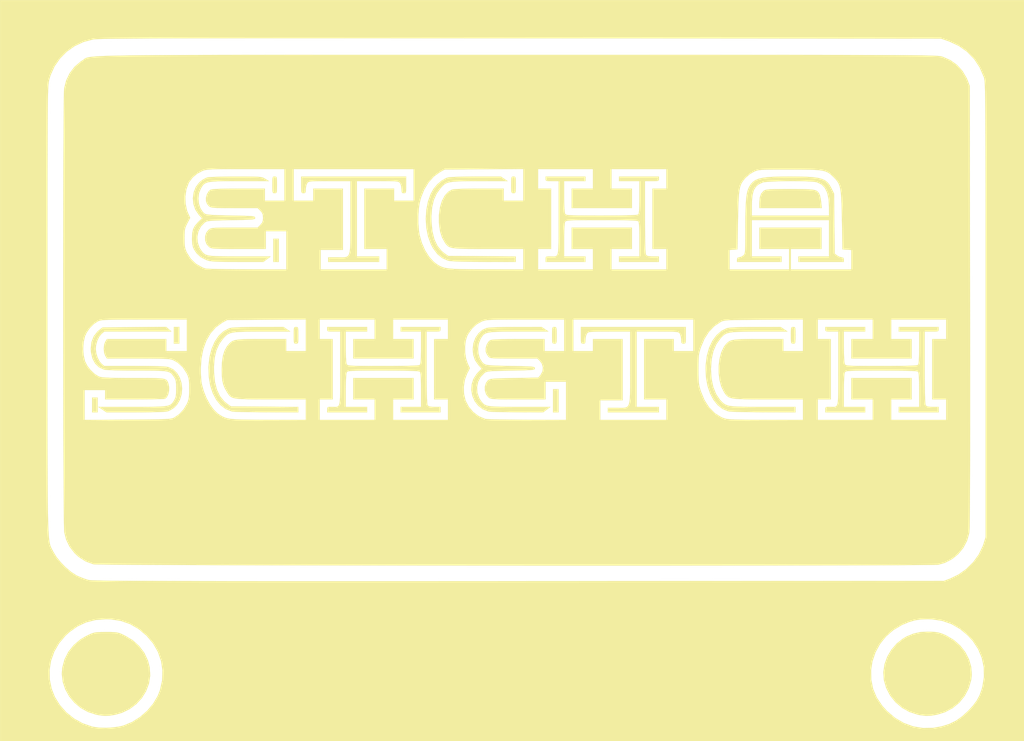
<source format=kicad_pcb>
(kicad_pcb (version 20171130) (host pcbnew "(5.0.0)")

  (general
    (thickness 1.6)
    (drawings 0)
    (tracks 0)
    (zones 0)
    (modules 1)
    (nets 1)
  )

  (page A4)
  (layers
    (0 F.Cu signal)
    (31 B.Cu signal)
    (32 B.Adhes user)
    (33 F.Adhes user)
    (34 B.Paste user)
    (35 F.Paste user)
    (36 B.SilkS user)
    (37 F.SilkS user)
    (38 B.Mask user)
    (39 F.Mask user)
    (40 Dwgs.User user)
    (41 Cmts.User user)
    (42 Eco1.User user)
    (43 Eco2.User user)
    (44 Edge.Cuts user)
    (45 Margin user)
    (46 B.CrtYd user)
    (47 F.CrtYd user)
    (48 B.Fab user)
    (49 F.Fab user)
  )

  (setup
    (last_trace_width 0.25)
    (trace_clearance 0.2)
    (zone_clearance 0.508)
    (zone_45_only no)
    (trace_min 0.2)
    (segment_width 0.2)
    (edge_width 0.15)
    (via_size 0.8)
    (via_drill 0.4)
    (via_min_size 0.4)
    (via_min_drill 0.3)
    (uvia_size 0.3)
    (uvia_drill 0.1)
    (uvias_allowed no)
    (uvia_min_size 0.2)
    (uvia_min_drill 0.1)
    (pcb_text_width 0.3)
    (pcb_text_size 1.5 1.5)
    (mod_edge_width 0.15)
    (mod_text_size 1 1)
    (mod_text_width 0.15)
    (pad_size 1.524 1.524)
    (pad_drill 0.762)
    (pad_to_mask_clearance 0.2)
    (aux_axis_origin 0 0)
    (visible_elements 7FFFFFFF)
    (pcbplotparams
      (layerselection 0x010fc_ffffffff)
      (usegerberextensions false)
      (usegerberattributes false)
      (usegerberadvancedattributes false)
      (creategerberjobfile false)
      (excludeedgelayer true)
      (linewidth 0.100000)
      (plotframeref false)
      (viasonmask false)
      (mode 1)
      (useauxorigin false)
      (hpglpennumber 1)
      (hpglpenspeed 20)
      (hpglpendiameter 15.000000)
      (psnegative false)
      (psa4output false)
      (plotreference true)
      (plotvalue true)
      (plotinvisibletext false)
      (padsonsilk false)
      (subtractmaskfromsilk false)
      (outputformat 1)
      (mirror false)
      (drillshape 1)
      (scaleselection 1)
      (outputdirectory ""))
  )

  (net 0 "")

  (net_class Default "This is the default net class."
    (clearance 0.2)
    (trace_width 0.25)
    (via_dia 0.8)
    (via_drill 0.4)
    (uvia_dia 0.3)
    (uvia_drill 0.1)
  )

  (module footprints:etcha (layer F.Cu) (tedit 0) (tstamp 5C0F232F)
    (at 46.99 34.29)
    (fp_text reference G*** (at 0 0) (layer F.SilkS) hide
      (effects (font (size 1.524 1.524) (thickness 0.3)))
    )
    (fp_text value LOGO (at 0.75 0) (layer F.SilkS) hide
      (effects (font (size 1.524 1.524) (thickness 0.3)))
    )
    (fp_poly (pts (xy 26.017792 -16.551044) (xy 26.571422 -16.545093) (xy 26.99672 -16.531365) (xy 27.314184 -16.506738)
      (xy 27.54431 -16.468095) (xy 27.707596 -16.412317) (xy 27.824538 -16.336285) (xy 27.915635 -16.23688)
      (xy 27.97797 -16.147188) (xy 28.049923 -15.967098) (xy 28.116367 -15.682712) (xy 28.158996 -15.388167)
      (xy 28.217384 -14.816667) (xy 22.521333 -14.816667) (xy 22.521333 -15.2697) (xy 22.56238 -15.769076)
      (xy 22.689295 -16.134967) (xy 22.907741 -16.383022) (xy 22.929835 -16.398581) (xy 23.013569 -16.4461)
      (xy 23.121685 -16.482779) (xy 23.275536 -16.509996) (xy 23.496475 -16.529125) (xy 23.805855 -16.541545)
      (xy 24.225031 -16.54863) (xy 24.775354 -16.551757) (xy 25.315333 -16.552334) (xy 26.017792 -16.551044)) (layer F.SilkS) (width 0.01))
    (fp_poly (pts (xy 26.157647 -17.688494) (xy 26.852614 -17.66962) (xy 27.41527 -17.632137) (xy 27.864029 -17.570793)
      (xy 28.217304 -17.480335) (xy 28.493511 -17.355511) (xy 28.711062 -17.191068) (xy 28.888373 -16.981753)
      (xy 29.043856 -16.722314) (xy 29.098939 -16.613791) (xy 29.337 -16.129) (xy 29.366074 -13.398426)
      (xy 29.395148 -10.667851) (xy 29.610325 -10.498592) (xy 29.825992 -10.377083) (xy 30.025751 -10.329334)
      (xy 30.17902 -10.291448) (xy 30.225503 -10.146739) (xy 30.226 -10.117667) (xy 30.226 -9.906)
      (xy 26.077333 -9.906) (xy 26.077333 -10.414) (xy 28.871333 -10.414) (xy 28.871333 -13.716)
      (xy 21.844 -13.716) (xy 21.844 -10.414) (xy 24.553333 -10.414) (xy 24.553333 -9.906)
      (xy 20.489333 -9.906) (xy 20.489333 -10.117667) (xy 20.525587 -10.280095) (xy 20.662281 -10.328948)
      (xy 20.685035 -10.329334) (xy 20.890031 -10.38577) (xy 21.066035 -10.501965) (xy 21.120605 -10.557481)
      (xy 21.163259 -10.623641) (xy 21.19547 -10.720415) (xy 21.218712 -10.867772) (xy 21.234459 -11.085682)
      (xy 21.244186 -11.394112) (xy 21.249366 -11.813033) (xy 21.251474 -12.362414) (xy 21.251973 -13.020799)
      (xy 21.255959 -13.892537) (xy 21.26027 -14.139334) (xy 21.844 -14.139334) (xy 28.871333 -14.139334)
      (xy 28.871333 -14.9283) (xy 28.830548 -15.642025) (xy 28.705538 -16.214477) (xy 28.49232 -16.6535)
      (xy 28.186913 -16.966933) (xy 27.785336 -17.162619) (xy 27.728333 -17.179149) (xy 27.513248 -17.212715)
      (xy 27.163719 -17.238647) (xy 26.709416 -17.257126) (xy 26.180009 -17.268333) (xy 25.605168 -17.272448)
      (xy 25.014564 -17.269652) (xy 24.437865 -17.260126) (xy 23.904742 -17.244051) (xy 23.444866 -17.221607)
      (xy 23.087905 -17.192974) (xy 22.863531 -17.158335) (xy 22.833229 -17.149334) (xy 22.474543 -16.981171)
      (xy 22.20818 -16.75295) (xy 22.023279 -16.44204) (xy 21.90898 -16.02581) (xy 21.854423 -15.481631)
      (xy 21.845859 -15.091834) (xy 21.844 -14.139334) (xy 21.26027 -14.139334) (xy 21.268554 -14.613475)
      (xy 21.291494 -15.202007) (xy 21.326515 -15.676528) (xy 21.375351 -16.055432) (xy 21.439737 -16.357112)
      (xy 21.521411 -16.599963) (xy 21.606131 -16.774601) (xy 21.76317 -17.018078) (xy 21.945304 -17.215587)
      (xy 22.170899 -17.371684) (xy 22.45832 -17.490926) (xy 22.825934 -17.577869) (xy 23.292106 -17.637069)
      (xy 23.875202 -17.673084) (xy 24.593588 -17.690469) (xy 25.311955 -17.694011) (xy 26.157647 -17.688494)) (layer F.SilkS) (width 0.01))
    (fp_poly (pts (xy 6.688667 -17.272) (xy 4.741333 -17.272) (xy 4.741333 -15.869434) (xy 4.74658 -15.358859)
      (xy 4.761254 -14.917418) (xy 4.783758 -14.573658) (xy 4.812496 -14.35613) (xy 4.828979 -14.303101)
      (xy 4.857456 -14.261336) (xy 4.904553 -14.227342) (xy 4.986488 -14.20032) (xy 5.119481 -14.179473)
      (xy 5.31975 -14.164003) (xy 5.603514 -14.15311) (xy 5.986992 -14.145997) (xy 6.486404 -14.141865)
      (xy 7.117967 -14.139916) (xy 7.897901 -14.139352) (xy 8.156379 -14.139334) (xy 9.048521 -14.140819)
      (xy 9.782643 -14.145505) (xy 10.370035 -14.153734) (xy 10.821987 -14.165849) (xy 11.149787 -14.182194)
      (xy 11.364727 -14.203112) (xy 11.478095 -14.228946) (xy 11.497733 -14.240934) (xy 11.539683 -14.351054)
      (xy 11.569971 -14.592655) (xy 11.589307 -14.976642) (xy 11.598397 -15.513919) (xy 11.599333 -15.807267)
      (xy 11.599333 -17.272) (xy 9.736667 -17.272) (xy 9.736667 -17.695334) (xy 13.377333 -17.695334)
      (xy 13.377333 -17.483667) (xy 13.369419 -17.376005) (xy 13.321899 -17.312895) (xy 13.199105 -17.28245)
      (xy 12.965367 -17.272779) (xy 12.742333 -17.272) (xy 12.107333 -17.272) (xy 12.107333 -14.006768)
      (xy 12.109669 -13.081769) (xy 12.116566 -12.291136) (xy 12.127856 -11.641424) (xy 12.143372 -11.139183)
      (xy 12.162946 -10.790969) (xy 12.18641 -10.603332) (xy 12.194979 -10.577768) (xy 12.272874 -10.486048)
      (xy 12.411011 -10.435846) (xy 12.652619 -10.416014) (xy 12.829979 -10.414) (xy 13.377333 -10.414)
      (xy 13.377333 -9.906) (xy 9.736667 -9.906) (xy 9.736667 -10.414) (xy 11.599333 -10.414)
      (xy 11.599333 -11.963401) (xy 11.595026 -12.587985) (xy 11.581634 -13.054875) (xy 11.558455 -13.375502)
      (xy 11.524784 -13.561297) (xy 11.497733 -13.614401) (xy 11.422432 -13.642332) (xy 11.250149 -13.665207)
      (xy 10.969594 -13.68337) (xy 10.569478 -13.697164) (xy 10.038512 -13.706931) (xy 9.365406 -13.713015)
      (xy 8.538869 -13.715761) (xy 8.156379 -13.716) (xy 7.329988 -13.715691) (xy 6.656711 -13.71423)
      (xy 6.12033 -13.710819) (xy 5.704624 -13.70466) (xy 5.393376 -13.694955) (xy 5.170367 -13.680906)
      (xy 5.019377 -13.661714) (xy 4.924188 -13.636581) (xy 4.86858 -13.604708) (xy 4.836336 -13.565299)
      (xy 4.828979 -13.552233) (xy 4.798046 -13.410005) (xy 4.772504 -13.124773) (xy 4.753747 -12.722819)
      (xy 4.743172 -12.230424) (xy 4.741333 -11.901233) (xy 4.741333 -10.414) (xy 6.688667 -10.414)
      (xy 6.688667 -9.906) (xy 3.048 -9.906) (xy 3.048 -10.16) (xy 3.056033 -10.306011)
      (xy 3.108125 -10.381515) (xy 3.246267 -10.409762) (xy 3.506742 -10.414) (xy 3.686619 -10.409723)
      (xy 3.8343 -10.406949) (xy 3.952934 -10.420769) (xy 4.045673 -10.466272) (xy 4.115667 -10.558546)
      (xy 4.166065 -10.712682) (xy 4.200017 -10.943769) (xy 4.220674 -11.266895) (xy 4.231186 -11.69715)
      (xy 4.234703 -12.249624) (xy 4.234375 -12.939406) (xy 4.233353 -13.781584) (xy 4.233333 -13.894392)
      (xy 4.233333 -17.272) (xy 3.640667 -17.272) (xy 3.331031 -17.275113) (xy 3.15382 -17.293236)
      (xy 3.072135 -17.339548) (xy 3.049079 -17.427226) (xy 3.048 -17.483667) (xy 3.048 -17.695334)
      (xy 6.688667 -17.695334) (xy 6.688667 -17.272)) (layer F.SilkS) (width 0.01))
    (fp_poly (pts (xy 0.227199 -17.689266) (xy 0.289413 -17.64934) (xy 0.322693 -17.54297) (xy 0.33609 -17.337571)
      (xy 0.338656 -17.000557) (xy 0.338667 -16.933334) (xy 0.336981 -16.572617) (xy 0.325891 -16.348647)
      (xy 0.296343 -16.22884) (xy 0.239288 -16.18061) (xy 0.145673 -16.171371) (xy 0.127 -16.171334)
      (xy 0.026801 -16.177401) (xy -0.035413 -16.217327) (xy -0.068693 -16.323697) (xy -0.08209 -16.529096)
      (xy -0.084657 -16.86611) (xy -0.084667 -16.933334) (xy -0.082981 -17.294051) (xy -0.071891 -17.51802)
      (xy -0.042344 -17.637828) (xy 0.014712 -17.686058) (xy 0.108327 -17.695297) (xy 0.127 -17.695334)
      (xy 0.227199 -17.689266)) (layer F.SilkS) (width 0.01))
    (fp_poly (pts (xy -0.399704 -17.272) (xy -2.972685 -17.270141) (xy -3.76447 -17.268425) (xy -4.40655 -17.26223)
      (xy -4.918553 -17.248092) (xy -5.320105 -17.222548) (xy -5.630833 -17.182134) (xy -5.870363 -17.123386)
      (xy -6.058321 -17.042842) (xy -6.214333 -16.937036) (xy -6.358027 -16.802506) (xy -6.498373 -16.647937)
      (xy -6.866494 -16.137183) (xy -7.127249 -15.556203) (xy -7.286277 -14.884273) (xy -7.349218 -14.100667)
      (xy -7.342337 -13.546667) (xy -7.25745 -12.690636) (xy -7.077338 -11.969893) (xy -6.79921 -11.377846)
      (xy -6.420273 -10.907903) (xy -6.123303 -10.668) (xy -5.812355 -10.456334) (xy -2.736844 -10.432152)
      (xy 0.338667 -10.407971) (xy 0.338667 -9.906) (xy -2.561167 -9.911715) (xy -3.482774 -9.916162)
      (xy -4.243477 -9.925728) (xy -4.851637 -9.940697) (xy -5.315615 -9.961348) (xy -5.64377 -9.987962)
      (xy -5.844465 -10.020822) (xy -5.850132 -10.022317) (xy -6.364075 -10.247743) (xy -6.820459 -10.628655)
      (xy -7.21328 -11.159246) (xy -7.407895 -11.529548) (xy -7.664243 -12.241126) (xy -7.816645 -13.020899)
      (xy -7.866929 -13.832878) (xy -7.816919 -14.641071) (xy -7.668444 -15.40949) (xy -7.423328 -16.102143)
      (xy -7.151147 -16.588856) (xy -6.820737 -16.983508) (xy -6.429265 -17.316316) (xy -6.026795 -17.547776)
      (xy -5.861029 -17.606806) (xy -5.685183 -17.631912) (xy -5.363334 -17.653891) (xy -4.918794 -17.671946)
      (xy -4.374876 -17.685281) (xy -3.754894 -17.693098) (xy -3.284593 -17.694862) (xy -1.02352 -17.695334)
      (xy -0.399704 -17.272)) (layer F.SilkS) (width 0.01))
    (fp_poly (pts (xy -9.652 -16.933334) (xy -9.653686 -16.572617) (xy -9.664776 -16.348647) (xy -9.694323 -16.22884)
      (xy -9.751379 -16.18061) (xy -9.844994 -16.171371) (xy -9.863667 -16.171334) (xy -9.996737 -16.188231)
      (xy -10.058128 -16.269821) (xy -10.074927 -16.462453) (xy -10.075333 -16.533495) (xy -10.106052 -16.809111)
      (xy -10.182325 -17.041928) (xy -10.207134 -17.083828) (xy -10.254667 -17.144625) (xy -10.315547 -17.190679)
      (xy -10.411873 -17.224036) (xy -10.565743 -17.246743) (xy -10.799256 -17.260847) (xy -11.134511 -17.268393)
      (xy -11.593606 -17.271429) (xy -12.198638 -17.272) (xy -14.139333 -17.272) (xy -14.139333 -10.414)
      (xy -12.107333 -10.414) (xy -12.107333 -9.906) (xy -16.764 -9.906) (xy -16.764 -10.329334)
      (xy -15.917333 -10.329334) (xy -15.629976 -10.325335) (xy -15.392926 -10.323182) (xy -15.201376 -10.337639)
      (xy -15.05052 -10.383471) (xy -14.93555 -10.475443) (xy -14.85166 -10.628319) (xy -14.794042 -10.856863)
      (xy -14.757889 -11.175841) (xy -14.738395 -11.600017) (xy -14.730751 -12.144155) (xy -14.730151 -12.823021)
      (xy -14.731788 -13.651378) (xy -14.732 -13.97) (xy -14.732 -17.272) (xy -16.632199 -17.272)
      (xy -17.246479 -17.27151) (xy -17.713525 -17.268676) (xy -18.055435 -17.261451) (xy -18.294306 -17.247788)
      (xy -18.452239 -17.225642) (xy -18.55133 -17.192966) (xy -18.613679 -17.147714) (xy -18.661385 -17.087839)
      (xy -18.664199 -17.083828) (xy -18.748543 -16.879002) (xy -18.793642 -16.605034) (xy -18.796 -16.533495)
      (xy -18.805876 -16.305811) (xy -18.853561 -16.200773) (xy -18.966146 -16.17203) (xy -19.007667 -16.171334)
      (xy -19.107866 -16.177401) (xy -19.17008 -16.217327) (xy -19.20336 -16.323697) (xy -19.216757 -16.529096)
      (xy -19.219323 -16.86611) (xy -19.219333 -16.933334) (xy -19.219333 -17.695334) (xy -9.652 -17.695334)
      (xy -9.652 -16.933334)) (layer F.SilkS) (width 0.01))
    (fp_poly (pts (xy -21.532134 -17.689266) (xy -21.469921 -17.64934) (xy -21.436641 -17.54297) (xy -21.423243 -17.337571)
      (xy -21.420677 -17.000557) (xy -21.420667 -16.933334) (xy -21.422352 -16.572617) (xy -21.433443 -16.348647)
      (xy -21.46299 -16.22884) (xy -21.520045 -16.18061) (xy -21.61366 -16.171371) (xy -21.632333 -16.171334)
      (xy -21.732533 -16.177401) (xy -21.794746 -16.217327) (xy -21.828026 -16.323697) (xy -21.841424 -16.529096)
      (xy -21.84399 -16.86611) (xy -21.844 -16.933334) (xy -21.842315 -17.294051) (xy -21.831224 -17.51802)
      (xy -21.801677 -17.637828) (xy -21.744622 -17.686058) (xy -21.651007 -17.695297) (xy -21.632333 -17.695334)
      (xy -21.532134 -17.689266)) (layer F.SilkS) (width 0.01))
    (fp_poly (pts (xy -21.251333 -9.906) (xy -21.759333 -9.906) (xy -21.759333 -12.022667) (xy -21.251333 -12.022667)
      (xy -21.251333 -9.906)) (layer F.SilkS) (width 0.01))
    (fp_poly (pts (xy -24.457991 -17.691288) (xy -23.917953 -17.688801) (xy -23.504524 -17.683071) (xy -23.196341 -17.672409)
      (xy -22.972043 -17.655129) (xy -22.810267 -17.62954) (xy -22.689651 -17.593956) (xy -22.588833 -17.546687)
      (xy -22.486451 -17.486047) (xy -22.479 -17.481459) (xy -22.140333 -17.272868) (xy -24.850988 -17.272434)
      (xy -25.660612 -17.271534) (xy -26.319031 -17.266758) (xy -26.844373 -17.254564) (xy -27.254766 -17.23141)
      (xy -27.568336 -17.193752) (xy -27.803213 -17.13805) (xy -27.977524 -17.060761) (xy -28.109396 -16.958343)
      (xy -28.216958 -16.827253) (xy -28.318337 -16.66395) (xy -28.362673 -16.586247) (xy -28.525052 -16.163866)
      (xy -28.579999 -15.696441) (xy -28.534364 -15.226752) (xy -28.394999 -14.797574) (xy -28.168756 -14.451685)
      (xy -27.997115 -14.303879) (xy -27.901555 -14.263949) (xy -27.735349 -14.231206) (xy -27.480647 -14.204417)
      (xy -27.119602 -14.182352) (xy -26.634364 -14.16378) (xy -26.007084 -14.147469) (xy -25.611667 -14.139334)
      (xy -24.945018 -14.126045) (xy -24.428543 -14.113727) (xy -24.043105 -14.100538) (xy -23.769569 -14.084639)
      (xy -23.588797 -14.06419) (xy -23.481654 -14.037351) (xy -23.429003 -14.002281) (xy -23.411708 -13.957142)
      (xy -23.410333 -13.927667) (xy -23.41648 -13.875985) (xy -23.447757 -13.8355) (xy -23.523419 -13.804338)
      (xy -23.662719 -13.780624) (xy -23.884913 -13.762484) (xy -24.209255 -13.748044) (xy -24.654998 -13.735429)
      (xy -25.241398 -13.722765) (xy -25.584521 -13.716) (xy -26.251186 -13.702277) (xy -26.770036 -13.688919)
      (xy -27.162578 -13.673973) (xy -27.450315 -13.655481) (xy -27.654751 -13.631489) (xy -27.79739 -13.600041)
      (xy -27.899737 -13.559181) (xy -27.983295 -13.506953) (xy -27.997521 -13.496549) (xy -28.349593 -13.136496)
      (xy -28.577738 -12.691906) (xy -28.677627 -12.198116) (xy -28.644934 -11.690462) (xy -28.47533 -11.20428)
      (xy -28.310257 -10.943078) (xy -28.202667 -10.805806) (xy -28.098131 -10.694603) (xy -27.978416 -10.606724)
      (xy -27.82529 -10.539425) (xy -27.620522 -10.489959) (xy -27.34588 -10.455582) (xy -26.983131 -10.433548)
      (xy -26.514044 -10.421112) (xy -25.920387 -10.41553) (xy -25.183927 -10.414055) (xy -24.796456 -10.414)
      (xy -21.983169 -10.414) (xy -22.315751 -10.162356) (xy -22.648333 -9.910711) (xy -25.019 -9.91112)
      (xy -25.734315 -9.912385) (xy -26.302502 -9.916721) (xy -26.745755 -9.925353) (xy -27.086269 -9.939505)
      (xy -27.34624 -9.960401) (xy -27.547861 -9.989264) (xy -27.713329 -10.02732) (xy -27.838735 -10.066634)
      (xy -28.356593 -10.325996) (xy -28.76468 -10.712167) (xy -28.983455 -11.049) (xy -29.085457 -11.286024)
      (xy -29.14213 -11.556942) (xy -29.163794 -11.919514) (xy -29.165019 -12.065) (xy -29.143487 -12.534611)
      (xy -29.063789 -12.894272) (xy -28.903952 -13.199454) (xy -28.642005 -13.505628) (xy -28.563549 -13.583433)
      (xy -28.256032 -13.882089) (xy -28.553464 -14.211312) (xy -28.857164 -14.662016) (xy -29.033767 -15.176405)
      (xy -29.084772 -15.719049) (xy -29.011678 -16.254524) (xy -28.815986 -16.747403) (xy -28.499196 -17.162258)
      (xy -28.425706 -17.229107) (xy -28.163603 -17.419963) (xy -27.89145 -17.567852) (xy -27.7762 -17.610532)
      (xy -27.61227 -17.632782) (xy -27.304309 -17.652624) (xy -26.877612 -17.669274) (xy -26.357472 -17.681945)
      (xy -25.769186 -17.689853) (xy -25.146 -17.692219) (xy -24.457991 -17.691288)) (layer F.SilkS) (width 0.01))
    (fp_poly (pts (xy 32.173333 -3.556) (xy 30.226 -3.556) (xy 30.226 -2.153434) (xy 30.231246 -1.642859)
      (xy 30.24592 -1.201418) (xy 30.268425 -0.857658) (xy 30.297162 -0.64013) (xy 30.313645 -0.587101)
      (xy 30.342123 -0.545336) (xy 30.38922 -0.511342) (xy 30.471155 -0.48432) (xy 30.604148 -0.463473)
      (xy 30.804417 -0.448003) (xy 31.088181 -0.43711) (xy 31.471659 -0.429997) (xy 31.97107 -0.425865)
      (xy 32.602633 -0.423916) (xy 33.382567 -0.423352) (xy 33.641045 -0.423334) (xy 34.533187 -0.424819)
      (xy 35.267309 -0.429505) (xy 35.854701 -0.437734) (xy 36.306653 -0.449849) (xy 36.634454 -0.466194)
      (xy 36.849394 -0.487112) (xy 36.962762 -0.512946) (xy 36.9824 -0.524934) (xy 37.024349 -0.635054)
      (xy 37.054638 -0.876655) (xy 37.073974 -1.260642) (xy 37.083064 -1.797919) (xy 37.084 -2.091267)
      (xy 37.084 -3.556) (xy 35.221333 -3.556) (xy 35.221333 -3.979334) (xy 38.862 -3.979334)
      (xy 38.862 -3.767667) (xy 38.854086 -3.660005) (xy 38.806566 -3.596895) (xy 38.683771 -3.56645)
      (xy 38.450033 -3.556779) (xy 38.227 -3.556) (xy 37.592 -3.556) (xy 37.592 -0.290768)
      (xy 37.594336 0.634231) (xy 37.601233 1.424864) (xy 37.612523 2.074576) (xy 37.628038 2.576817)
      (xy 37.647612 2.925031) (xy 37.671077 3.112668) (xy 37.679645 3.138232) (xy 37.757541 3.229952)
      (xy 37.895677 3.280154) (xy 38.137285 3.299986) (xy 38.314645 3.302) (xy 38.862 3.302)
      (xy 38.862 3.81) (xy 35.221333 3.81) (xy 35.221333 3.302) (xy 37.084 3.302)
      (xy 37.084 1.752599) (xy 37.079692 1.128015) (xy 37.066301 0.661125) (xy 37.043121 0.340498)
      (xy 37.009451 0.154703) (xy 36.9824 0.101599) (xy 36.907098 0.073668) (xy 36.734815 0.050793)
      (xy 36.454261 0.03263) (xy 36.054145 0.018836) (xy 35.523179 0.009069) (xy 34.850072 0.002985)
      (xy 34.023536 0.000239) (xy 33.641045 0) (xy 32.814655 0.000309) (xy 32.141378 0.00177)
      (xy 31.604996 0.005181) (xy 31.189291 0.01134) (xy 30.878043 0.021045) (xy 30.655034 0.035094)
      (xy 30.504044 0.054286) (xy 30.408855 0.079419) (xy 30.353247 0.111292) (xy 30.321002 0.150701)
      (xy 30.313645 0.163767) (xy 30.282713 0.305995) (xy 30.257171 0.591227) (xy 30.238414 0.993181)
      (xy 30.227838 1.485576) (xy 30.226 1.814767) (xy 30.226 3.302) (xy 32.173333 3.302)
      (xy 32.173333 3.81) (xy 28.532667 3.81) (xy 28.532667 3.556) (xy 28.5407 3.409989)
      (xy 28.592792 3.334485) (xy 28.730933 3.306238) (xy 28.991408 3.302) (xy 29.171285 3.306277)
      (xy 29.318966 3.309051) (xy 29.437601 3.295231) (xy 29.53034 3.249728) (xy 29.600333 3.157454)
      (xy 29.650731 3.003318) (xy 29.684684 2.772231) (xy 29.705341 2.449105) (xy 29.715853 2.01885)
      (xy 29.71937 1.466376) (xy 29.719042 0.776594) (xy 29.71802 -0.065584) (xy 29.718 -0.178392)
      (xy 29.718 -3.556) (xy 29.125333 -3.556) (xy 28.815697 -3.559113) (xy 28.638486 -3.577236)
      (xy 28.556802 -3.623548) (xy 28.533745 -3.711226) (xy 28.532667 -3.767667) (xy 28.532667 -3.979334)
      (xy 32.173333 -3.979334) (xy 32.173333 -3.556)) (layer F.SilkS) (width 0.01))
    (fp_poly (pts (xy 25.711866 -3.973266) (xy 25.774079 -3.93334) (xy 25.807359 -3.82697) (xy 25.820757 -3.621571)
      (xy 25.823323 -3.284557) (xy 25.823333 -3.217334) (xy 25.821648 -2.856617) (xy 25.810557 -2.632647)
      (xy 25.78101 -2.51284) (xy 25.723955 -2.46461) (xy 25.63034 -2.455371) (xy 25.611667 -2.455334)
      (xy 25.511467 -2.461401) (xy 25.449254 -2.501327) (xy 25.415974 -2.607697) (xy 25.402576 -2.813096)
      (xy 25.40001 -3.15011) (xy 25.4 -3.217334) (xy 25.401685 -3.578051) (xy 25.412776 -3.80202)
      (xy 25.442323 -3.921828) (xy 25.499378 -3.970058) (xy 25.592993 -3.979297) (xy 25.611667 -3.979334)
      (xy 25.711866 -3.973266)) (layer F.SilkS) (width 0.01))
    (fp_poly (pts (xy 24.789146 -3.767667) (xy 25.100641 -3.556) (xy 22.519821 -3.554141) (xy 21.726947 -3.552437)
      (xy 21.083812 -3.546286) (xy 20.570827 -3.532238) (xy 20.168399 -3.506844) (xy 19.856939 -3.466653)
      (xy 19.616855 -3.408216) (xy 19.428557 -3.328084) (xy 19.272453 -3.222806) (xy 19.128953 -3.088933)
      (xy 18.986293 -2.931937) (xy 18.609478 -2.397716) (xy 18.342755 -1.77199) (xy 18.181392 -1.039195)
      (xy 18.120659 -0.183765) (xy 18.119918 -0.081289) (xy 18.174043 0.752468) (xy 18.334965 1.502654)
      (xy 18.596468 2.150208) (xy 18.952334 2.676071) (xy 19.055436 2.78641) (xy 19.189945 2.916825)
      (xy 19.319043 3.023162) (xy 19.460906 3.107877) (xy 19.633707 3.173428) (xy 19.85562 3.222269)
      (xy 20.144821 3.256859) (xy 20.519483 3.279652) (xy 20.997782 3.293105) (xy 21.597891 3.299675)
      (xy 22.337984 3.301817) (xy 22.87034 3.302) (xy 25.823333 3.302) (xy 25.823333 3.81)
      (xy 22.9235 3.801495) (xy 22.224308 3.797283) (xy 21.566701 3.789219) (xy 20.973032 3.777888)
      (xy 20.465653 3.763876) (xy 20.066917 3.747771) (xy 19.799176 3.730158) (xy 19.700452 3.716964)
      (xy 19.189649 3.512482) (xy 18.736642 3.162744) (xy 18.349573 2.684383) (xy 18.036586 2.094035)
      (xy 17.805823 1.408331) (xy 17.665428 0.643907) (xy 17.623544 -0.182603) (xy 17.63475 -0.502626)
      (xy 17.739042 -1.33404) (xy 17.945493 -2.077899) (xy 18.245925 -2.71977) (xy 18.632158 -3.245221)
      (xy 19.096012 -3.639819) (xy 19.536661 -3.858535) (xy 19.693611 -3.895997) (xy 19.940945 -3.925344)
      (xy 20.294377 -3.947277) (xy 20.769617 -3.962496) (xy 21.382378 -3.9717) (xy 22.148372 -3.975588)
      (xy 22.165992 -3.975618) (xy 24.47765 -3.979334) (xy 24.789146 -3.767667)) (layer F.SilkS) (width 0.01))
    (fp_poly (pts (xy 15.832667 -3.217334) (xy 15.830981 -2.856617) (xy 15.819891 -2.632647) (xy 15.790343 -2.51284)
      (xy 15.733288 -2.46461) (xy 15.639673 -2.455371) (xy 15.621 -2.455334) (xy 15.487929 -2.472231)
      (xy 15.426539 -2.553821) (xy 15.40974 -2.746453) (xy 15.409333 -2.817495) (xy 15.378614 -3.093111)
      (xy 15.302342 -3.325928) (xy 15.277532 -3.367828) (xy 15.23 -3.428625) (xy 15.16912 -3.474679)
      (xy 15.072794 -3.508036) (xy 14.918924 -3.530743) (xy 14.68541 -3.544847) (xy 14.350156 -3.552393)
      (xy 13.891061 -3.555429) (xy 13.286028 -3.556) (xy 11.345333 -3.556) (xy 11.345333 3.302)
      (xy 13.377333 3.302) (xy 13.377333 3.81) (xy 8.720667 3.81) (xy 8.720667 3.386666)
      (xy 9.567333 3.386666) (xy 9.854691 3.390665) (xy 10.091741 3.392818) (xy 10.283291 3.378361)
      (xy 10.434147 3.332529) (xy 10.549116 3.240557) (xy 10.633006 3.087681) (xy 10.690624 2.859137)
      (xy 10.726777 2.540159) (xy 10.746272 2.115983) (xy 10.753916 1.571845) (xy 10.754515 0.892979)
      (xy 10.752878 0.064622) (xy 10.752667 -0.254) (xy 10.752667 -3.556) (xy 8.852467 -3.556)
      (xy 8.238187 -3.55551) (xy 7.771142 -3.552676) (xy 7.429232 -3.545451) (xy 7.19036 -3.531788)
      (xy 7.032428 -3.509642) (xy 6.933336 -3.476966) (xy 6.870987 -3.431714) (xy 6.823282 -3.371839)
      (xy 6.820467 -3.367828) (xy 6.736124 -3.163002) (xy 6.691025 -2.889034) (xy 6.688667 -2.817495)
      (xy 6.678791 -2.589811) (xy 6.631105 -2.484773) (xy 6.518521 -2.45603) (xy 6.477 -2.455334)
      (xy 6.376801 -2.461401) (xy 6.314587 -2.501327) (xy 6.281307 -2.607697) (xy 6.26791 -2.813096)
      (xy 6.265343 -3.15011) (xy 6.265333 -3.217334) (xy 6.265333 -3.979334) (xy 15.832667 -3.979334)
      (xy 15.832667 -3.217334)) (layer F.SilkS) (width 0.01))
    (fp_poly (pts (xy 3.952532 -3.973266) (xy 4.014746 -3.93334) (xy 4.048026 -3.82697) (xy 4.061423 -3.621571)
      (xy 4.06399 -3.284557) (xy 4.064 -3.217334) (xy 4.062314 -2.856617) (xy 4.051224 -2.632647)
      (xy 4.021677 -2.51284) (xy 3.964621 -2.46461) (xy 3.871006 -2.455371) (xy 3.852333 -2.455334)
      (xy 3.752134 -2.461401) (xy 3.68992 -2.501327) (xy 3.65664 -2.607697) (xy 3.643243 -2.813096)
      (xy 3.640677 -3.15011) (xy 3.640667 -3.217334) (xy 3.642352 -3.578051) (xy 3.653442 -3.80202)
      (xy 3.68299 -3.921828) (xy 3.740045 -3.970058) (xy 3.83366 -3.979297) (xy 3.852333 -3.979334)
      (xy 3.952532 -3.973266)) (layer F.SilkS) (width 0.01))
    (fp_poly (pts (xy 4.233333 3.81) (xy 3.725333 3.81) (xy 3.725333 1.693333) (xy 4.233333 1.693333)
      (xy 4.233333 3.81)) (layer F.SilkS) (width 0.01))
    (fp_poly (pts (xy 3.013721 -3.767667) (xy 3.32563 -3.556) (xy 0.624327 -3.556) (xy -0.183988 -3.55522)
      (xy -0.841133 -3.550507) (xy -1.365269 -3.538305) (xy -1.774561 -3.515059) (xy -2.08717 -3.477212)
      (xy -2.321258 -3.421208) (xy -2.494989 -3.34349) (xy -2.626525 -3.240503) (xy -2.734028 -3.10869)
      (xy -2.83566 -2.944495) (xy -2.878006 -2.870247) (xy -3.039728 -2.452771) (xy -3.098044 -1.99003)
      (xy -3.059151 -1.52506) (xy -2.929246 -1.100899) (xy -2.714523 -0.760585) (xy -2.553873 -0.618792)
      (xy -2.467888 -0.571325) (xy -2.351848 -0.533627) (xy -2.184818 -0.50401) (xy -1.94586 -0.48079)
      (xy -1.614038 -0.46228) (xy -1.168417 -0.446793) (xy -0.588059 -0.432644) (xy -0.127 -0.423334)
      (xy 0.539649 -0.410045) (xy 1.056124 -0.397727) (xy 1.441562 -0.384538) (xy 1.715098 -0.368639)
      (xy 1.89587 -0.34819) (xy 2.003013 -0.321351) (xy 2.055664 -0.286281) (xy 2.072958 -0.241142)
      (xy 2.074333 -0.211667) (xy 2.068186 -0.159985) (xy 2.036909 -0.1195) (xy 1.961248 -0.088338)
      (xy 1.821948 -0.064624) (xy 1.599755 -0.046485) (xy 1.275415 -0.032045) (xy 0.829673 -0.01943)
      (xy 0.243275 -0.006765) (xy -0.099868 0) (xy -0.766534 0.013723) (xy -1.285386 0.027081)
      (xy -1.677929 0.042027) (xy -1.965666 0.060518) (xy -2.170102 0.084509) (xy -2.31274 0.115957)
      (xy -2.415084 0.156816) (xy -2.498638 0.209043) (xy -2.512868 0.219451) (xy -2.86494 0.57952)
      (xy -3.093081 1.024123) (xy -3.192963 1.517922) (xy -3.160259 2.025581) (xy -2.990641 2.511763)
      (xy -2.82559 2.772922) (xy -2.718 2.910194) (xy -2.613464 3.021397) (xy -2.493749 3.109276)
      (xy -2.340623 3.176575) (xy -2.135855 3.226041) (xy -1.861213 3.260418) (xy -1.498464 3.282452)
      (xy -1.029378 3.294888) (xy -0.43572 3.30047) (xy 0.300739 3.301945) (xy 0.688211 3.302)
      (xy 3.501498 3.302) (xy 3.168916 3.553644) (xy 2.836333 3.805289) (xy 0.465667 3.798977)
      (xy -0.164186 3.795159) (xy -0.749488 3.787556) (xy -1.265648 3.776809) (xy -1.688078 3.763555)
      (xy -1.992188 3.748433) (xy -2.153388 3.732081) (xy -2.159 3.73083) (xy -2.67363 3.526504)
      (xy -3.094113 3.203862) (xy -3.413161 2.78995) (xy -3.623486 2.311814) (xy -3.717799 1.796498)
      (xy -3.688811 1.271047) (xy -3.529234 0.762507) (xy -3.23178 0.297922) (xy -3.117529 0.174116)
      (xy -2.774193 -0.16922) (xy -3.070211 -0.496877) (xy -3.374475 -0.931697) (xy -3.544216 -1.42793)
      (xy -3.592491 -1.947334) (xy -3.527613 -2.500814) (xy -3.338685 -3.002875) (xy -3.044768 -3.42459)
      (xy -2.664925 -3.737037) (xy -2.313159 -3.888561) (xy -2.129379 -3.915313) (xy -1.796022 -3.938245)
      (xy -1.332815 -3.956689) (xy -0.759485 -3.969979) (xy -0.09576 -3.977447) (xy 0.356073 -3.978862)
      (xy 2.701813 -3.979334) (xy 3.013721 -3.767667)) (layer F.SilkS) (width 0.01))
    (fp_poly (pts (xy -13.208 -3.556) (xy -15.155333 -3.556) (xy -15.155333 -2.153434) (xy -15.150087 -1.642859)
      (xy -15.135413 -1.201418) (xy -15.112908 -0.857658) (xy -15.084171 -0.64013) (xy -15.067688 -0.587101)
      (xy -15.039211 -0.545336) (xy -14.992114 -0.511342) (xy -14.910178 -0.48432) (xy -14.777186 -0.463473)
      (xy -14.576917 -0.448003) (xy -14.293152 -0.43711) (xy -13.909674 -0.429997) (xy -13.410263 -0.425865)
      (xy -12.7787 -0.423916) (xy -11.998766 -0.423352) (xy -11.740288 -0.423334) (xy -10.848146 -0.424819)
      (xy -10.114024 -0.429505) (xy -9.526632 -0.437734) (xy -9.07468 -0.449849) (xy -8.746879 -0.466194)
      (xy -8.53194 -0.487112) (xy -8.418572 -0.512946) (xy -8.398934 -0.524934) (xy -8.356984 -0.635054)
      (xy -8.326695 -0.876655) (xy -8.30736 -1.260642) (xy -8.29827 -1.797919) (xy -8.297333 -2.091267)
      (xy -8.297333 -3.556) (xy -10.16 -3.556) (xy -10.16 -3.979334) (xy -6.519333 -3.979334)
      (xy -6.519333 -3.767667) (xy -6.527247 -3.660005) (xy -6.574767 -3.596895) (xy -6.697562 -3.56645)
      (xy -6.9313 -3.556779) (xy -7.154333 -3.556) (xy -7.789333 -3.556) (xy -7.789333 -0.290768)
      (xy -7.786997 0.634231) (xy -7.780101 1.424864) (xy -7.768811 2.074576) (xy -7.753295 2.576817)
      (xy -7.733721 2.925031) (xy -7.710256 3.112668) (xy -7.701688 3.138232) (xy -7.623792 3.229952)
      (xy -7.485656 3.280154) (xy -7.244048 3.299986) (xy -7.066688 3.302) (xy -6.519333 3.302)
      (xy -6.519333 3.81) (xy -10.16 3.81) (xy -10.16 3.302) (xy -8.297333 3.302)
      (xy -8.297333 1.752599) (xy -8.301641 1.128015) (xy -8.315033 0.661125) (xy -8.338212 0.340498)
      (xy -8.371882 0.154703) (xy -8.398934 0.101599) (xy -8.474235 0.073668) (xy -8.646518 0.050793)
      (xy -8.927073 0.03263) (xy -9.327188 0.018836) (xy -9.858155 0.009069) (xy -10.531261 0.002985)
      (xy -11.357797 0.000239) (xy -11.740288 0) (xy -12.566679 0.000309) (xy -13.239955 0.00177)
      (xy -13.776337 0.005181) (xy -14.192042 0.01134) (xy -14.50329 0.021045) (xy -14.7263 0.035094)
      (xy -14.87729 0.054286) (xy -14.972479 0.079419) (xy -15.028086 0.111292) (xy -15.060331 0.150701)
      (xy -15.067688 0.163767) (xy -15.098621 0.305995) (xy -15.124163 0.591227) (xy -15.142919 0.993181)
      (xy -15.153495 1.485576) (xy -15.155333 1.814767) (xy -15.155333 3.302) (xy -13.208 3.302)
      (xy -13.208 3.81) (xy -16.848667 3.81) (xy -16.848667 3.556) (xy -16.840634 3.409989)
      (xy -16.788541 3.334485) (xy -16.6504 3.306238) (xy -16.389925 3.302) (xy -16.210048 3.306277)
      (xy -16.062367 3.309051) (xy -15.943732 3.295231) (xy -15.850993 3.249728) (xy -15.781 3.157454)
      (xy -15.730602 3.003318) (xy -15.69665 2.772231) (xy -15.675993 2.449105) (xy -15.665481 2.01885)
      (xy -15.661964 1.466376) (xy -15.662291 0.776594) (xy -15.663314 -0.065584) (xy -15.663333 -0.178392)
      (xy -15.663333 -3.556) (xy -16.256 -3.556) (xy -16.565636 -3.559113) (xy -16.742847 -3.577236)
      (xy -16.824532 -3.623548) (xy -16.847588 -3.711226) (xy -16.848667 -3.767667) (xy -16.848667 -3.979334)
      (xy -13.208 -3.979334) (xy -13.208 -3.556)) (layer F.SilkS) (width 0.01))
    (fp_poly (pts (xy -19.584801 -3.973266) (xy -19.522587 -3.93334) (xy -19.489307 -3.82697) (xy -19.47591 -3.621571)
      (xy -19.473344 -3.284557) (xy -19.473333 -3.217334) (xy -19.475019 -2.856617) (xy -19.486109 -2.632647)
      (xy -19.515657 -2.51284) (xy -19.572712 -2.46461) (xy -19.666327 -2.455371) (xy -19.685 -2.455334)
      (xy -19.785199 -2.461401) (xy -19.847413 -2.501327) (xy -19.880693 -2.607697) (xy -19.89409 -2.813096)
      (xy -19.896657 -3.15011) (xy -19.896667 -3.217334) (xy -19.894981 -3.578051) (xy -19.883891 -3.80202)
      (xy -19.854344 -3.921828) (xy -19.797288 -3.970058) (xy -19.703673 -3.979297) (xy -19.685 -3.979334)
      (xy -19.584801 -3.973266)) (layer F.SilkS) (width 0.01))
    (fp_poly (pts (xy -20.507521 -3.767667) (xy -20.196025 -3.556) (xy -22.776846 -3.554141) (xy -23.56972 -3.552437)
      (xy -24.212854 -3.546286) (xy -24.72584 -3.532238) (xy -25.128267 -3.506844) (xy -25.439728 -3.466653)
      (xy -25.679812 -3.408216) (xy -25.86811 -3.328084) (xy -26.024214 -3.222806) (xy -26.167713 -3.088933)
      (xy -26.310373 -2.931937) (xy -26.677752 -2.422195) (xy -26.938402 -1.841844) (xy -27.097975 -1.170161)
      (xy -27.162125 -0.386422) (xy -27.156281 0.169333) (xy -27.07287 1.018907) (xy -26.892611 1.735045)
      (xy -26.612223 2.325444) (xy -26.228424 2.797802) (xy -25.934054 3.036868) (xy -25.611667 3.259666)
      (xy -22.5425 3.283848) (xy -19.473333 3.308029) (xy -19.473333 3.81) (xy -22.373167 3.801333)
      (xy -23.069314 3.797444) (xy -23.721204 3.790361) (xy -24.307006 3.780584) (xy -24.804892 3.768613)
      (xy -25.19303 3.754947) (xy -25.449592 3.740087) (xy -25.541226 3.728779) (xy -26.08301 3.515507)
      (xy -26.557565 3.158178) (xy -26.957579 2.671116) (xy -27.275741 2.068643) (xy -27.504739 1.365081)
      (xy -27.637263 0.574751) (xy -27.665999 -0.288022) (xy -27.660881 -0.423334) (xy -27.568511 -1.248211)
      (xy -27.378027 -1.991585) (xy -27.098101 -2.638332) (xy -26.737403 -3.173328) (xy -26.304603 -3.581448)
      (xy -25.808371 -3.84757) (xy -25.673029 -3.890806) (xy -25.497213 -3.915895) (xy -25.175275 -3.937857)
      (xy -24.730411 -3.9559) (xy -24.185816 -3.969234) (xy -23.564685 -3.977069) (xy -23.088342 -3.978862)
      (xy -20.819016 -3.979334) (xy -20.507521 -3.767667)) (layer F.SilkS) (width 0.01))
    (fp_poly (pts (xy -30.310667 -2.455334) (xy -30.818667 -2.455334) (xy -30.818667 -3.979334) (xy -30.310667 -3.979334)
      (xy -30.310667 -2.455334)) (layer F.SilkS) (width 0.01))
    (fp_poly (pts (xy -31.272645 -3.774435) (xy -31.030333 -3.561352) (xy -37.155675 -3.556) (xy -37.414778 -3.33798)
      (xy -37.621127 -3.081339) (xy -37.791067 -2.716909) (xy -37.901242 -2.30573) (xy -37.930667 -1.989667)
      (xy -37.883825 -1.584575) (xy -37.758871 -1.178278) (xy -37.579159 -0.831817) (xy -37.414778 -0.641355)
      (xy -37.155675 -0.423334) (xy -34.39916 -0.423334) (xy -33.510482 -0.420663) (xy -32.782081 -0.41245)
      (xy -32.204981 -0.398394) (xy -31.770207 -0.378195) (xy -31.468783 -0.351554) (xy -31.296189 -0.319533)
      (xy -30.868084 -0.109518) (xy -30.526561 0.219879) (xy -30.275691 0.640171) (xy -30.119547 1.12287)
      (xy -30.062199 1.639488) (xy -30.107719 2.161535) (xy -30.260179 2.660526) (xy -30.52365 3.10797)
      (xy -30.769031 3.368897) (xy -31.029846 3.554577) (xy -31.313288 3.695453) (xy -31.387853 3.720242)
      (xy -31.566591 3.745589) (xy -31.897308 3.767423) (xy -32.362674 3.785219) (xy -32.945359 3.798454)
      (xy -33.628035 3.806605) (xy -34.332333 3.809165) (xy -36.957 3.809275) (xy -37.338 3.556)
      (xy -37.719 3.302724) (xy -34.599397 3.302362) (xy -33.74722 3.301995) (xy -33.047424 3.29935)
      (xy -32.483055 3.291788) (xy -32.03716 3.276668) (xy -31.692786 3.251349) (xy -31.432981 3.213192)
      (xy -31.240792 3.159555) (xy -31.099266 3.0878) (xy -30.991449 2.995285) (xy -30.90039 2.87937)
      (xy -30.809134 2.737416) (xy -30.791652 2.709333) (xy -30.699052 2.532255) (xy -30.642961 2.333755)
      (xy -30.615061 2.065876) (xy -30.607033 1.680661) (xy -30.607 1.644796) (xy -30.612362 1.261371)
      (xy -30.634662 0.999038) (xy -30.683224 0.809727) (xy -30.767369 0.645368) (xy -30.814797 0.573334)
      (xy -30.920785 0.421532) (xy -31.021504 0.299209) (xy -31.135614 0.203179) (xy -31.281774 0.130255)
      (xy -31.478644 0.077254) (xy -31.744883 0.040989) (xy -32.099152 0.018275) (xy -32.560109 0.005927)
      (xy -33.146414 0.000758) (xy -33.876728 -0.000415) (xy -34.176064 -0.000473) (xy -34.929076 -0.003411)
      (xy -35.605305 -0.011596) (xy -36.186562 -0.024498) (xy -36.654655 -0.041585) (xy -36.991396 -0.062325)
      (xy -37.178593 -0.086188) (xy -37.187204 -0.088393) (xy -37.63262 -0.295104) (xy -37.983839 -0.633303)
      (xy -38.231211 -1.087765) (xy -38.365091 -1.643262) (xy -38.386814 -1.981619) (xy -38.321908 -2.604529)
      (xy -38.116305 -3.135686) (xy -37.771278 -3.572171) (xy -37.64778 -3.678676) (xy -37.32256 -3.937)
      (xy -34.418758 -3.962259) (xy -31.514957 -3.987517) (xy -31.272645 -3.774435)) (layer F.SilkS) (width 0.01))
    (fp_poly (pts (xy -37.761333 3.81) (xy -38.269333 3.81) (xy -38.269333 2.455333) (xy -37.761333 2.455333)
      (xy -37.761333 3.81)) (layer F.SilkS) (width 0.01))
    (fp_poly (pts (xy -11.107772 -28.786051) (xy -8.544515 -28.78592) (xy -5.826297 -28.78577) (xy -2.948494 -28.785661)
      (xy 0.093515 -28.785654) (xy 0.435581 -28.785662) (xy 3.46835 -28.785737) (xy 6.336452 -28.785784)
      (xy 9.044555 -28.785782) (xy 11.597325 -28.785711) (xy 13.999429 -28.785551) (xy 16.255535 -28.785282)
      (xy 18.370308 -28.784882) (xy 20.348417 -28.784333) (xy 22.194528 -28.783612) (xy 23.913308 -28.782701)
      (xy 25.509423 -28.781578) (xy 26.987542 -28.780223) (xy 28.35233 -28.778617) (xy 29.608454 -28.776737)
      (xy 30.760582 -28.774565) (xy 31.813381 -28.77208) (xy 32.771517 -28.769261) (xy 33.639657 -28.766088)
      (xy 34.422468 -28.76254) (xy 35.124617 -28.758598) (xy 35.750772 -28.754241) (xy 36.305598 -28.749448)
      (xy 36.793763 -28.744199) (xy 37.219934 -28.738474) (xy 37.588777 -28.732253) (xy 37.90496 -28.725514)
      (xy 38.173149 -28.718238) (xy 38.398012 -28.710405) (xy 38.584216 -28.701993) (xy 38.736426 -28.692983)
      (xy 38.859311 -28.683354) (xy 38.957536 -28.673086) (xy 39.03577 -28.662158) (xy 39.098679 -28.650551)
      (xy 39.150929 -28.638243) (xy 39.197188 -28.625214) (xy 39.226274 -28.616343) (xy 39.918476 -28.316351)
      (xy 40.528768 -27.878071) (xy 41.036484 -27.321087) (xy 41.420955 -26.664982) (xy 41.508313 -26.454033)
      (xy 41.698333 -25.950334) (xy 41.722492 -5.842) (xy 41.72512 -3.416907) (xy 41.726968 -1.158139)
      (xy 41.728025 0.937308) (xy 41.728283 2.87244) (xy 41.72773 4.650263) (xy 41.726358 6.273783)
      (xy 41.724155 7.746005) (xy 41.721114 9.069935) (xy 41.717222 10.248578) (xy 41.712472 11.28494)
      (xy 41.706852 12.182027) (xy 41.700353 12.942843) (xy 41.692965 13.570396) (xy 41.684678 14.06769)
      (xy 41.675482 14.437731) (xy 41.665367 14.683525) (xy 41.654567 14.806681) (xy 41.451313 15.521882)
      (xy 41.107225 16.172468) (xy 40.642136 16.737982) (xy 40.075879 17.197972) (xy 39.428286 17.531982)
      (xy 38.851837 17.69726) (xy 38.72757 17.704822) (xy 38.440892 17.712005) (xy 37.998354 17.718813)
      (xy 37.406512 17.725248) (xy 36.671917 17.731315) (xy 35.801123 17.737015) (xy 34.800683 17.742352)
      (xy 33.677151 17.74733) (xy 32.43708 17.75195) (xy 31.087022 17.756218) (xy 29.633532 17.760134)
      (xy 28.083161 17.763704) (xy 26.442465 17.766929) (xy 24.717995 17.769814) (xy 22.916305 17.77236)
      (xy 21.043949 17.774572) (xy 19.107478 17.776451) (xy 17.113448 17.778003) (xy 15.06841 17.779229)
      (xy 12.978918 17.780132) (xy 10.851526 17.780717) (xy 8.692786 17.780985) (xy 6.509251 17.780941)
      (xy 4.307476 17.780586) (xy 2.094012 17.779925) (xy -0.124586 17.778961) (xy -2.341765 17.777696)
      (xy -4.550973 17.776134) (xy -6.745656 17.774277) (xy -8.91926 17.77213) (xy -11.065233 17.769695)
      (xy -13.177022 17.766975) (xy -15.248073 17.763973) (xy -17.271833 17.760693) (xy -19.241748 17.757137)
      (xy -21.151266 17.753309) (xy -22.993833 17.749212) (xy -24.762897 17.744849) (xy -26.451903 17.740223)
      (xy -28.054299 17.735337) (xy -29.563532 17.730195) (xy -30.973048 17.724799) (xy -32.276293 17.719152)
      (xy -33.466716 17.713259) (xy -34.537762 17.707121) (xy -35.482879 17.700742) (xy -36.295513 17.694125)
      (xy -36.969111 17.687274) (xy -37.497119 17.680191) (xy -37.872986 17.672879) (xy -38.090156 17.665342)
      (xy -38.142333 17.660532) (xy -38.856473 17.399804) (xy -39.491707 16.990296) (xy -39.861588 16.646436)
      (xy -40.324777 16.053162) (xy -40.637401 15.401869) (xy -40.80425 14.732) (xy -40.813224 14.591607)
      (xy -40.821735 14.29107) (xy -40.82978 13.839576) (xy -40.837359 13.246311) (xy -40.844468 12.520465)
      (xy -40.851106 11.671225) (xy -40.85727 10.707778) (xy -40.862959 9.639312) (xy -40.86817 8.475015)
      (xy -40.872902 7.224074) (xy -40.877152 5.895677) (xy -40.880918 4.499013) (xy -40.884199 3.043267)
      (xy -40.886991 1.537629) (xy -40.889293 -0.008714) (xy -40.891104 -1.586574) (xy -40.891447 -2.004264)
      (xy -39.074309 -2.004264) (xy -39.035542 -1.408158) (xy -38.917393 -0.884184) (xy -38.904206 -0.846667)
      (xy -38.699416 -0.440869) (xy -38.402473 -0.05056) (xy -38.054155 0.281788) (xy -37.695241 0.513705)
      (xy -37.539844 0.574368) (xy -37.353301 0.607514) (xy -37.036178 0.633912) (xy -36.580532 0.653824)
      (xy -35.97842 0.667515) (xy -35.221897 0.675247) (xy -34.434391 0.677333) (xy -33.653726 0.677473)
      (xy -33.024782 0.679717) (xy -32.529952 0.686804) (xy -32.151626 0.701472) (xy -31.872194 0.72646)
      (xy -31.674047 0.764504) (xy -31.539575 0.818343) (xy -31.451168 0.890716) (xy -31.391218 0.984359)
      (xy -31.342115 1.102012) (xy -31.319576 1.16165) (xy -31.248469 1.489845) (xy -31.255454 1.844021)
      (xy -31.329945 2.17558) (xy -31.461354 2.435919) (xy -31.626793 2.572073) (xy -31.742777 2.58503)
      (xy -32.006458 2.596828) (xy -32.396201 2.60706) (xy -32.89037 2.615319) (xy -33.467332 2.621198)
      (xy -34.105451 2.624291) (xy -34.423925 2.624666) (xy -37.084 2.624666) (xy -37.084 1.778)
      (xy -38.946667 1.778) (xy -38.946667 4.492208) (xy -35.030833 4.468604) (xy -34.107765 4.462621)
      (xy -33.338537 4.456356) (xy -32.707661 4.449152) (xy -32.199644 4.440357) (xy -31.798995 4.429315)
      (xy -31.490224 4.415372) (xy -31.257839 4.397874) (xy -31.086349 4.376166) (xy -30.960262 4.349594)
      (xy -30.864089 4.317504) (xy -30.803473 4.29002) (xy -30.342595 3.977047) (xy -29.937125 3.54023)
      (xy -29.642706 3.053637) (xy -29.54229 2.821036) (xy -29.477588 2.606239) (xy -29.440995 2.360982)
      (xy -29.424906 2.037002) (xy -29.421667 1.651) (xy -29.425486 1.224616) (xy -29.442289 0.919569)
      (xy -29.48009 0.687937) (xy -29.546907 0.481796) (xy -29.650754 0.253224) (xy -29.65792 0.238601)
      (xy -29.918529 -0.159958) (xy -28.363333 -0.159958) (xy -28.354548 0.273784) (xy -28.330915 0.697453)
      (xy -28.296524 1.049885) (xy -28.272298 1.202332) (xy -28.091601 1.872514) (xy -27.83546 2.512452)
      (xy -27.522292 3.08942) (xy -27.170516 3.570687) (xy -26.798549 3.923527) (xy -26.704884 3.987631)
      (xy -26.516816 4.103881) (xy -26.344174 4.199972) (xy -26.16912 4.277858) (xy -25.973814 4.339493)
      (xy -25.740418 4.386831) (xy -25.451092 4.421828) (xy -25.087999 4.446438) (xy -24.633298 4.462614)
      (xy -24.069152 4.472312) (xy -23.377722 4.477487) (xy -22.541168 4.480091) (xy -22.203833 4.480771)
      (xy -18.796 4.487333) (xy -18.796 2.624666) (xy -21.979371 2.624666) (xy -22.850784 2.624379)
      (xy -23.569612 2.621663) (xy -24.152601 2.613739) (xy -24.6165 2.597826) (xy -24.978056 2.571144)
      (xy -25.254017 2.530913) (xy -25.461129 2.474353) (xy -25.616141 2.398682) (xy -25.7358 2.301121)
      (xy -25.836854 2.17889) (xy -25.936049 2.029208) (xy -25.979195 1.960651) (xy -26.178887 1.611707)
      (xy -26.315722 1.280168) (xy -26.400484 0.919867) (xy -26.443956 0.484637) (xy -26.456923 -0.071689)
      (xy -26.456945 -0.084667) (xy -26.431677 -0.784423) (xy -26.348682 -1.351763) (xy -26.200491 -1.815972)
      (xy -25.979636 -2.206337) (xy -25.884236 -2.330395) (xy -25.750311 -2.484863) (xy -25.617797 -2.607248)
      (xy -25.465873 -2.701278) (xy -25.273717 -2.770677) (xy -25.020508 -2.819173) (xy -24.685425 -2.85049)
      (xy -24.247644 -2.868354) (xy -23.686346 -2.876493) (xy -22.980709 -2.878632) (xy -22.820386 -2.878667)
      (xy -20.574 -2.878667) (xy -20.574 -1.778) (xy -18.796 -1.778) (xy -18.796 -4.656667)
      (xy -17.526 -4.656667) (xy -17.526 -2.878667) (xy -16.340667 -2.878667) (xy -16.340667 2.624666)
      (xy -17.526 2.624666) (xy -17.526 4.487333) (xy -12.530667 4.487333) (xy -12.530667 2.624666)
      (xy -14.478 2.624666) (xy -14.478 0.677333) (xy -8.974667 0.677333) (xy -8.974667 2.624666)
      (xy -10.837333 2.624666) (xy -10.837333 4.487333) (xy -5.842 4.487333) (xy -5.842 2.624666)
      (xy -7.112 2.624666) (xy -7.112 1.478285) (xy -4.399945 1.478285) (xy -4.379199 2.123557)
      (xy -4.239276 2.719798) (xy -4.230024 2.744792) (xy -3.938783 3.302369) (xy -3.528608 3.781855)
      (xy -3.031079 4.154349) (xy -2.477773 4.390945) (xy -2.413 4.407889) (xy -2.275269 4.421465)
      (xy -1.987467 4.434431) (xy -1.568859 4.446428) (xy -1.038706 4.457095) (xy -0.416273 4.466072)
      (xy 0.279179 4.473) (xy 1.028385 4.47752) (xy 1.375833 4.478666) (xy 4.910667 4.487333)
      (xy 4.910667 1.016) (xy 3.048 1.016) (xy 3.048 2.624666) (xy 0.561751 2.624666)
      (xy -0.154098 2.624169) (xy -0.720313 2.621838) (xy -1.156593 2.616412) (xy -1.482635 2.606631)
      (xy -1.718137 2.591235) (xy -1.882799 2.568962) (xy -1.996318 2.538552) (xy -2.078393 2.498746)
      (xy -2.144666 2.451482) (xy -2.363845 2.181649) (xy -2.477929 1.833944) (xy -2.484046 1.462091)
      (xy -2.379322 1.119815) (xy -2.226804 0.9153) (xy -2.158729 0.855936) (xy -2.081964 0.809496)
      (xy -1.975481 0.773905) (xy -1.818255 0.747086) (xy -1.589261 0.726965) (xy -1.267472 0.711464)
      (xy -0.831864 0.698509) (xy -0.261411 0.686023) (xy 0.183471 0.677333) (xy 2.385704 0.635)
      (xy 2.589852 0.397445) (xy 2.766424 0.073158) (xy 2.803256 -0.290043) (xy 2.702151 -0.640084)
      (xy 2.546513 -0.85318) (xy 2.299025 -1.100667) (xy 0.148271 -1.100667) (xy -0.510157 -1.101057)
      (xy -1.020256 -1.103372) (xy -1.40303 -1.109333) (xy -1.679485 -1.120661) (xy -1.870624 -1.139077)
      (xy -1.997452 -1.1663) (xy -2.080973 -1.204051) (xy -2.142192 -1.254051) (xy -2.177434 -1.291167)
      (xy -2.325263 -1.518923) (xy -2.407959 -1.744873) (xy -2.410348 -2.044536) (xy -2.320474 -2.360277)
      (xy -2.164221 -2.629179) (xy -1.98109 -2.782503) (xy -1.816363 -2.816593) (xy -1.487484 -2.843205)
      (xy -0.993232 -2.862383) (xy -0.332384 -2.874175) (xy 0.496285 -2.878624) (xy 0.59665 -2.878667)
      (xy 2.963333 -2.878667) (xy 2.963333 -1.778) (xy 4.741333 -1.778) (xy 4.741333 -4.656667)
      (xy 5.588 -4.656667) (xy 5.588 -1.778) (xy 7.366 -1.778) (xy 7.366 -2.878667)
      (xy 10.075333 -2.878667) (xy 10.075333 2.709333) (xy 8.043333 2.709333) (xy 8.043333 4.487333)
      (xy 14.054667 4.487333) (xy 14.054667 2.624666) (xy 12.022667 2.624666) (xy 12.022667 -0.127)
      (xy 16.980249 -0.127) (xy 16.98216 0.397111) (xy 16.991245 0.791014) (xy 17.011929 1.09381)
      (xy 17.04864 1.344601) (xy 17.105804 1.582489) (xy 17.187846 1.846576) (xy 17.211772 1.918325)
      (xy 17.546224 2.713052) (xy 17.967547 3.3672) (xy 18.473381 3.878017) (xy 19.061365 4.242753)
      (xy 19.286831 4.335645) (xy 19.40411 4.372351) (xy 19.545785 4.402428) (xy 19.728946 4.42654)
      (xy 19.970681 4.445353) (xy 20.288081 4.459532) (xy 20.698234 4.469742) (xy 21.21823 4.476649)
      (xy 21.865159 4.480918) (xy 22.65611 4.483214) (xy 23.092833 4.483812) (xy 26.500667 4.487333)
      (xy 26.500667 2.624666) (xy 23.328539 2.624666) (xy 22.456206 2.62427) (xy 21.736364 2.621237)
      (xy 21.152171 2.6128) (xy 20.686785 2.596192) (xy 20.323362 2.568647) (xy 20.045062 2.527398)
      (xy 19.835041 2.469678) (xy 19.676457 2.392721) (xy 19.552468 2.293758) (xy 19.446232 2.170025)
      (xy 19.340907 2.018753) (xy 19.304313 1.963578) (xy 19.060024 1.47087) (xy 18.898211 0.881604)
      (xy 18.817888 0.234363) (xy 18.818064 -0.432267) (xy 18.897751 -1.079702) (xy 19.055961 -1.669357)
      (xy 19.291705 -2.162648) (xy 19.414404 -2.332789) (xy 19.54785 -2.486594) (xy 19.680132 -2.608454)
      (xy 19.83206 -2.702078) (xy 20.024441 -2.771177) (xy 20.278087 -2.81946) (xy 20.613805 -2.850637)
      (xy 21.052406 -2.868419) (xy 21.614699 -2.876514) (xy 22.321492 -2.878634) (xy 22.47628 -2.878667)
      (xy 24.722667 -2.878667) (xy 24.722667 -1.778) (xy 26.500667 -1.778) (xy 26.500667 -4.656667)
      (xy 27.855333 -4.656667) (xy 27.855333 -2.878667) (xy 29.040667 -2.878667) (xy 29.040667 2.624666)
      (xy 27.855333 2.624666) (xy 27.855333 4.487333) (xy 32.850667 4.487333) (xy 32.850667 2.624666)
      (xy 30.903333 2.624666) (xy 30.903333 0.677333) (xy 36.406667 0.677333) (xy 36.406667 2.624666)
      (xy 34.544 2.624666) (xy 34.544 4.487333) (xy 39.539333 4.487333) (xy 39.539333 2.624666)
      (xy 38.269333 2.624666) (xy 38.269333 -2.878667) (xy 39.539333 -2.878667) (xy 39.539333 -4.656667)
      (xy 34.544 -4.656667) (xy 34.544 -2.878667) (xy 36.406667 -2.878667) (xy 36.406667 -1.100667)
      (xy 30.903333 -1.100667) (xy 30.903333 -2.878667) (xy 32.850667 -2.878667) (xy 32.850667 -4.656667)
      (xy 27.855333 -4.656667) (xy 26.500667 -4.656667) (xy 26.500667 -4.66359) (xy 22.9235 -4.638962)
      (xy 22.051425 -4.632761) (xy 21.332106 -4.626689) (xy 20.74897 -4.619838) (xy 20.285442 -4.611299)
      (xy 19.924948 -4.600164) (xy 19.650915 -4.585524) (xy 19.446768 -4.566471) (xy 19.295934 -4.542097)
      (xy 19.181838 -4.511494) (xy 19.087907 -4.473752) (xy 18.997567 -4.427963) (xy 18.988854 -4.423314)
      (xy 18.411897 -4.033958) (xy 17.928421 -3.527169) (xy 17.52787 -2.889406) (xy 17.21263 -2.144424)
      (xy 17.124168 -1.880027) (xy 17.0615 -1.648966) (xy 17.020209 -1.412891) (xy 16.995877 -1.133453)
      (xy 16.984087 -0.772303) (xy 16.980421 -0.291091) (xy 16.980249 -0.127) (xy 12.022667 -0.127)
      (xy 12.022667 -2.878667) (xy 14.732 -2.878667) (xy 14.732 -1.778) (xy 16.51 -1.778)
      (xy 16.51 -4.656667) (xy 5.588 -4.656667) (xy 4.741333 -4.656667) (xy 1.230843 -4.656667)
      (xy 0.363163 -4.656293) (xy -0.352475 -4.654672) (xy -0.933361 -4.651051) (xy -1.396787 -4.644681)
      (xy -1.760042 -4.63481) (xy -2.040419 -4.620688) (xy -2.255206 -4.601564) (xy -2.421696 -4.576686)
      (xy -2.557178 -4.545305) (xy -2.678944 -4.506668) (xy -2.74059 -4.484207) (xy -3.20537 -4.229526)
      (xy -3.630856 -3.843894) (xy -3.978271 -3.36569) (xy -4.091088 -3.147541) (xy -4.221558 -2.718551)
      (xy -4.28177 -2.195903) (xy -4.27259 -1.639612) (xy -4.194886 -1.109691) (xy -4.055429 -0.678864)
      (xy -3.842522 -0.214727) (xy -4.096737 0.278185) (xy -4.304721 0.843367) (xy -4.399945 1.478285)
      (xy -7.112 1.478285) (xy -7.112 -2.878667) (xy -5.842 -2.878667) (xy -5.842 -4.656667)
      (xy -10.837333 -4.656667) (xy -10.837333 -2.878667) (xy -8.974667 -2.878667) (xy -8.974667 -1.100667)
      (xy -14.478 -1.100667) (xy -14.478 -2.878667) (xy -12.530667 -2.878667) (xy -12.530667 -4.656667)
      (xy -17.526 -4.656667) (xy -18.796 -4.656667) (xy -18.796 -4.66359) (xy -22.373167 -4.638962)
      (xy -25.950333 -4.614334) (xy -26.40316 -4.363513) (xy -26.978081 -3.949921) (xy -27.461884 -3.403013)
      (xy -27.84844 -2.735937) (xy -28.131618 -1.961838) (xy -28.305288 -1.093862) (xy -28.363333 -0.159958)
      (xy -29.918529 -0.159958) (xy -30.013733 -0.305556) (xy -30.482625 -0.729642) (xy -30.855465 -0.940612)
      (xy -30.961819 -0.983263) (xy -31.085708 -1.017463) (xy -31.246042 -1.044147) (xy -31.461735 -1.064252)
      (xy -31.751699 -1.07871) (xy -32.134844 -1.088459) (xy -32.630085 -1.094432) (xy -33.256332 -1.097565)
      (xy -34.032498 -1.098793) (xy -34.055215 -1.098808) (xy -36.910763 -1.100667) (xy -37.057858 -1.325162)
      (xy -37.165369 -1.604421) (xy -37.204944 -1.983787) (xy -37.204953 -1.989667) (xy -37.166449 -2.370032)
      (xy -37.059819 -2.651154) (xy -37.057858 -2.654172) (xy -36.910763 -2.878667) (xy -31.496 -2.878667)
      (xy -31.496 -1.778) (xy -29.633333 -1.778) (xy -29.633333 -4.656667) (xy -33.506833 -4.654808)
      (xy -34.424403 -4.653953) (xy -35.188355 -4.651961) (xy -35.814407 -4.648246) (xy -36.318274 -4.642224)
      (xy -36.715671 -4.633312) (xy -37.022315 -4.620926) (xy -37.253922 -4.60448) (xy -37.426206 -4.583391)
      (xy -37.554885 -4.557076) (xy -37.655673 -4.524949) (xy -37.719 -4.498255) (xy -38.10435 -4.24884)
      (xy -38.46756 -3.883616) (xy -38.763443 -3.45453) (xy -38.912633 -3.125998) (xy -39.033428 -2.600784)
      (xy -39.074309 -2.004264) (xy -40.891447 -2.004264) (xy -40.89242 -3.186765) (xy -40.89324 -4.800097)
      (xy -40.893561 -6.417384) (xy -40.893382 -8.029438) (xy -40.892701 -9.62707) (xy -40.891515 -11.201094)
      (xy -40.890558 -12.072724) (xy -29.845 -12.072724) (xy -29.839317 -11.653361) (xy -29.816402 -11.350233)
      (xy -29.767458 -11.110454) (xy -29.683689 -10.881136) (xy -29.625427 -10.752667) (xy -29.268996 -10.189511)
      (xy -28.789609 -9.734288) (xy -28.207226 -9.40411) (xy -27.94 -9.307841) (xy -27.811923 -9.293859)
      (xy -27.533353 -9.280574) (xy -27.123133 -9.268344) (xy -26.600103 -9.257527) (xy -25.983105 -9.248479)
      (xy -25.290978 -9.241558) (xy -24.542565 -9.237123) (xy -24.151167 -9.235944) (xy -20.574 -9.228667)
      (xy -20.574 -12.7) (xy -22.436667 -12.7) (xy -22.436667 -11.091334) (xy -24.900097 -11.091334)
      (xy -25.612776 -11.091858) (xy -26.176118 -11.094285) (xy -26.610115 -11.099897) (xy -26.934762 -11.109977)
      (xy -27.170053 -11.125805) (xy -27.335981 -11.148665) (xy -27.452542 -11.179838) (xy -27.539729 -11.220606)
      (xy -27.607313 -11.264925) (xy -27.844666 -11.529054) (xy -27.966179 -11.869168) (xy -27.97129 -12.237215)
      (xy -27.859435 -12.585143) (xy -27.630049 -12.8649) (xy -27.62612 -12.86801) (xy -27.550017 -12.920886)
      (xy -27.458546 -12.961573) (xy -27.330035 -12.991659) (xy -27.142813 -13.012733) (xy -26.875208 -13.026381)
      (xy -26.50555 -13.034194) (xy -26.012167 -13.037758) (xy -25.373388 -13.038662) (xy -25.297403 -13.038667)
      (xy -23.185641 -13.038667) (xy -22.938154 -13.286154) (xy -22.773661 -13.488064) (xy -22.702586 -13.706529)
      (xy -22.690667 -13.927667) (xy -22.714169 -14.213059) (xy -22.806744 -14.418793) (xy -22.938154 -14.56918)
      (xy -23.185641 -14.816667) (xy -25.297403 -14.816667) (xy -25.95314 -14.817422) (xy -26.461173 -14.820727)
      (xy -26.843132 -14.828144) (xy -27.120642 -14.841233) (xy -27.315332 -14.861556) (xy -27.448829 -14.890675)
      (xy -27.54276 -14.93015) (xy -27.618754 -14.981543) (xy -27.622547 -14.984514) (xy -27.791967 -15.191928)
      (xy -27.890358 -15.442487) (xy -27.891879 -15.762137) (xy -27.800992 -16.086534) (xy -27.641832 -16.355654)
      (xy -27.465757 -16.498503) (xy -27.301029 -16.532593) (xy -26.972151 -16.559205) (xy -26.477899 -16.578383)
      (xy -25.81705 -16.590175) (xy -24.988382 -16.594624) (xy -24.888016 -16.594667) (xy -22.521333 -16.594667)
      (xy -22.521333 -15.494) (xy -20.743333 -15.494) (xy -20.743333 -18.372667) (xy -19.896667 -18.372667)
      (xy -19.896667 -15.494) (xy -18.118667 -15.494) (xy -18.118667 -16.594667) (xy -15.409333 -16.594667)
      (xy -15.409333 -11.006667) (xy -17.441333 -11.006667) (xy -17.441333 -9.228667) (xy -11.43 -9.228667)
      (xy -11.43 -11.091334) (xy -13.462 -11.091334) (xy -13.462 -14.091608) (xy -8.541461 -14.091608)
      (xy -8.537806 -13.422485) (xy -8.492273 -12.794489) (xy -8.425776 -12.368191) (xy -8.218942 -11.640081)
      (xy -7.924538 -10.969801) (xy -7.560561 -10.388668) (xy -7.14501 -9.927997) (xy -6.921872 -9.751486)
      (xy -6.740309 -9.630541) (xy -6.567579 -9.530329) (xy -6.386175 -9.448873) (xy -6.178588 -9.384192)
      (xy -5.927311 -9.334308) (xy -5.614837 -9.29724) (xy -5.223658 -9.27101) (xy -4.736266 -9.253639)
      (xy -4.135155 -9.243146) (xy -3.402815 -9.237554) (xy -2.521741 -9.234882) (xy -2.3495 -9.234564)
      (xy 1.016 -9.228667) (xy 1.016 -11.091334) (xy -2.167371 -11.091334) (xy -3.036581 -11.091766)
      (xy -3.75323 -11.094694) (xy -4.334094 -11.102565) (xy -4.795944 -11.117825) (xy -5.155555 -11.142922)
      (xy -5.429701 -11.180302) (xy -5.635154 -11.232413) (xy -5.788689 -11.301701) (xy -5.907078 -11.390613)
      (xy -6.007096 -11.501597) (xy -6.105515 -11.637099) (xy -6.127667 -11.669066) (xy -6.385295 -12.129539)
      (xy -6.555894 -12.656103) (xy -6.651593 -13.289567) (xy -6.66592 -13.480298) (xy -6.665019 -14.221879)
      (xy -6.571443 -14.894705) (xy -6.392536 -15.480103) (xy -6.13564 -15.959402) (xy -5.808098 -16.313929)
      (xy -5.476655 -16.504361) (xy -5.311828 -16.533365) (xy -4.992455 -16.557395) (xy -4.533261 -16.575912)
      (xy -3.948976 -16.58838) (xy -3.254328 -16.594263) (xy -3.000155 -16.594667) (xy -0.762 -16.594667)
      (xy -0.762 -15.494) (xy 1.016 -15.494) (xy 1.016 -18.372667) (xy 2.370667 -18.372667)
      (xy 2.370667 -16.594667) (xy 3.556 -16.594667) (xy 3.556 -11.091334) (xy 2.370667 -11.091334)
      (xy 2.370667 -9.228667) (xy 7.366 -9.228667) (xy 7.366 -11.091334) (xy 5.418667 -11.091334)
      (xy 5.418667 -13.038667) (xy 10.922 -13.038667) (xy 10.922 -11.091334) (xy 9.059333 -11.091334)
      (xy 9.059333 -9.228667) (xy 14.054667 -9.228667) (xy 14.054667 -10.996931) (xy 19.812 -10.996931)
      (xy 19.812 -9.228667) (xy 25.230667 -9.228667) (xy 25.230667 -11.091334) (xy 22.521333 -11.091334)
      (xy 22.521333 -13.038667) (xy 28.194 -13.038667) (xy 28.194 -11.091334) (xy 25.4 -11.091334)
      (xy 25.4 -9.228667) (xy 30.903333 -9.228667) (xy 30.903333 -10.997389) (xy 30.501167 -11.023195)
      (xy 30.099 -11.049) (xy 30.05061 -13.673667) (xy 30.033651 -14.510446) (xy 30.014074 -15.197267)
      (xy 29.988052 -15.753503) (xy 29.951753 -16.198525) (xy 29.901349 -16.551704) (xy 29.833008 -16.832414)
      (xy 29.742901 -17.060024) (xy 29.627198 -17.253907) (xy 29.482068 -17.433434) (xy 29.303683 -17.617978)
      (xy 29.26287 -17.657982) (xy 29.083837 -17.827397) (xy 28.915628 -17.965686) (xy 28.739317 -18.076004)
      (xy 28.53598 -18.161506) (xy 28.28669 -18.225349) (xy 27.972524 -18.270687) (xy 27.574556 -18.300677)
      (xy 27.073861 -18.318475) (xy 26.451514 -18.327235) (xy 25.68859 -18.330114) (xy 25.230667 -18.330334)
      (xy 24.475119 -18.330049) (xy 23.868912 -18.328352) (xy 23.392053 -18.323979) (xy 23.024548 -18.315665)
      (xy 22.746406 -18.302147) (xy 22.537632 -18.28216) (xy 22.378234 -18.25444) (xy 22.24822 -18.217722)
      (xy 22.127597 -18.170744) (xy 22.03131 -18.128035) (xy 21.659914 -17.908051) (xy 21.314926 -17.616186)
      (xy 21.247751 -17.54417) (xy 21.089533 -17.355471) (xy 20.960657 -17.171608) (xy 20.857713 -16.972827)
      (xy 20.777294 -16.739373) (xy 20.715992 -16.451492) (xy 20.6704 -16.089429) (xy 20.63711 -15.633429)
      (xy 20.612713 -15.063739) (xy 20.593803 -14.360603) (xy 20.580056 -13.673667) (xy 20.531667 -11.049)
      (xy 20.171833 -11.022966) (xy 19.812 -10.996931) (xy 14.054667 -10.996931) (xy 14.054667 -11.091334)
      (xy 12.784667 -11.091334) (xy 12.784667 -16.594667) (xy 14.054667 -16.594667) (xy 14.054667 -18.372667)
      (xy 9.059333 -18.372667) (xy 9.059333 -16.594667) (xy 10.922 -16.594667) (xy 10.922 -14.816667)
      (xy 5.418667 -14.816667) (xy 5.418667 -16.594667) (xy 7.366 -16.594667) (xy 7.366 -18.372667)
      (xy 2.370667 -18.372667) (xy 1.016 -18.372667) (xy 1.016 -18.37959) (xy -2.561167 -18.354962)
      (xy -6.138333 -18.330334) (xy -6.586085 -18.082275) (xy -7.127814 -17.68964) (xy -7.603087 -17.158462)
      (xy -7.996985 -16.511495) (xy -8.294588 -15.771496) (xy -8.423365 -15.279905) (xy -8.503295 -14.733526)
      (xy -8.541461 -14.091608) (xy -13.462 -14.091608) (xy -13.462 -16.594667) (xy -10.752667 -16.594667)
      (xy -10.752667 -15.494) (xy -8.974667 -15.494) (xy -8.974667 -18.372667) (xy -19.896667 -18.372667)
      (xy -20.743333 -18.372667) (xy -24.253824 -18.372667) (xy -25.122686 -18.372256) (xy -25.839449 -18.370536)
      (xy -26.421346 -18.366777) (xy -26.88561 -18.360248) (xy -27.249475 -18.350218) (xy -27.530174 -18.335956)
      (xy -27.74494 -18.316733) (xy -27.911006 -18.291817) (xy -28.045606 -18.260477) (xy -28.165972 -18.221984)
      (xy -28.212931 -18.204818) (xy -28.681658 -17.956477) (xy -29.103053 -17.598837) (xy -29.420895 -17.181321)
      (xy -29.460554 -17.108007) (xy -29.670463 -16.530134) (xy -29.767002 -15.882206) (xy -29.749029 -15.219915)
      (xy -29.615405 -14.598954) (xy -29.517076 -14.347487) (xy -29.32635 -13.932353) (xy -29.585675 -13.429733)
      (xy -29.706101 -13.182489) (xy -29.782212 -12.971423) (xy -29.82404 -12.744036) (xy -29.84162 -12.447828)
      (xy -29.845 -12.072724) (xy -40.890558 -12.072724) (xy -40.889822 -12.742322) (xy -40.887621 -14.241565)
      (xy -40.884909 -15.689637) (xy -40.881684 -17.077349) (xy -40.877944 -18.395514) (xy -40.873688 -19.634945)
      (xy -40.868912 -20.786453) (xy -40.863615 -21.840851) (xy -40.857794 -22.788951) (xy -40.851449 -23.621565)
      (xy -40.844576 -24.329507) (xy -40.837173 -24.903587) (xy -40.829239 -25.334619) (xy -40.820772 -25.613415)
      (xy -40.813391 -25.722245) (xy -40.630114 -26.449467) (xy -40.308384 -27.118472) (xy -39.866322 -27.701145)
      (xy -39.322048 -28.169374) (xy -39.175717 -28.263105) (xy -39.112518 -28.304302) (xy -39.060765 -28.343283)
      (xy -39.015837 -28.38011) (xy -38.973112 -28.414844) (xy -38.927965 -28.447546) (xy -38.875776 -28.478277)
      (xy -38.811922 -28.507097) (xy -38.731779 -28.534068) (xy -38.630727 -28.559251) (xy -38.504141 -28.582707)
      (xy -38.347401 -28.604496) (xy -38.155883 -28.62468) (xy -37.924965 -28.64332) (xy -37.650024 -28.660476)
      (xy -37.326438 -28.67621) (xy -36.949585 -28.690583) (xy -36.514842 -28.703655) (xy -36.017586 -28.715488)
      (xy -35.453196 -28.726142) (xy -34.817048 -28.735679) (xy -34.104521 -28.744159) (xy -33.310992 -28.751644)
      (xy -32.431837 -28.758194) (xy -31.462436 -28.763871) (xy -30.398165 -28.768735) (xy -29.234402 -28.772848)
      (xy -27.966525 -28.77627) (xy -26.589911 -28.779062) (xy -25.099937 -28.781286) (xy -23.491982 -28.783001)
      (xy -21.761422 -28.784271) (xy -19.903635 -28.785154) (xy -17.914 -28.785713) (xy -15.787892 -28.786008)
      (xy -13.520691 -28.7861) (xy -11.107772 -28.786051)) (layer F.SilkS) (width 0.01))
    (fp_poly (pts (xy 38.157134 23.805735) (xy 38.569983 23.834912) (xy 38.889014 23.888417) (xy 39.189644 23.98476)
      (xy 39.547286 24.142451) (xy 39.566926 24.151759) (xy 40.248318 24.557116) (xy 40.827133 25.067037)
      (xy 41.291615 25.660563) (xy 41.630004 26.316731) (xy 41.830542 27.01458) (xy 41.881472 27.733148)
      (xy 41.831212 28.188338) (xy 41.605152 28.969385) (xy 41.237092 29.67147) (xy 40.741893 30.279408)
      (xy 40.134421 30.778013) (xy 39.429537 31.152099) (xy 38.71551 31.371601) (xy 38.174903 31.462146)
      (xy 37.699201 31.478448) (xy 37.20103 31.420319) (xy 36.936905 31.367805) (xy 36.190042 31.12255)
      (xy 35.511321 30.736577) (xy 34.920034 30.229771) (xy 34.435473 29.622016) (xy 34.076932 28.933199)
      (xy 33.86736 28.203955) (xy 33.821777 27.4867) (xy 33.930269 26.769419) (xy 34.179504 26.077549)
      (xy 34.556149 25.43653) (xy 35.046873 24.871799) (xy 35.638342 24.408797) (xy 35.948532 24.232965)
      (xy 36.557162 23.980137) (xy 37.180139 23.838605) (xy 37.87303 23.797621) (xy 38.157134 23.805735)) (layer F.SilkS) (width 0.01))
    (fp_poly (pts (xy -36.556204 23.83595) (xy -36.23713 23.846131) (xy -35.996834 23.873543) (xy -35.79004 23.926443)
      (xy -35.571471 24.013087) (xy -35.29585 24.14173) (xy -35.283517 24.147618) (xy -34.568453 24.574655)
      (xy -33.969774 25.110928) (xy -33.499292 25.741245) (xy -33.168821 26.450411) (xy -33.012504 27.068446)
      (xy -32.970718 27.815766) (xy -33.084915 28.54116) (xy -33.341784 29.226253) (xy -33.728014 29.852667)
      (xy -34.230292 30.402028) (xy -34.835306 30.855959) (xy -35.529745 31.196085) (xy -36.129823 31.371601)
      (xy -36.67043 31.462146) (xy -37.146132 31.478448) (xy -37.644303 31.420319) (xy -37.908429 31.367805)
      (xy -38.640225 31.130092) (xy -39.300636 30.761721) (xy -39.875223 30.282751) (xy -40.349551 29.713238)
      (xy -40.709182 29.073241) (xy -40.939679 28.382818) (xy -41.026604 27.662025) (xy -40.985605 27.09258)
      (xy -40.77985 26.327579) (xy -40.424747 25.62858) (xy -39.93279 25.011779) (xy -39.316473 24.49337)
      (xy -38.712354 24.146052) (xy -38.43396 24.016988) (xy -38.213225 23.929798) (xy -38.004738 23.876232)
      (xy -37.763091 23.848035) (xy -37.442874 23.836957) (xy -36.999333 23.834745) (xy -36.556204 23.83595)) (layer F.SilkS) (width 0.01))
    (fp_poly (pts (xy 46.651333 33.782) (xy -46.651333 33.782) (xy -46.651333 27.291279) (xy -42.140579 27.291279)
      (xy -42.124133 28.149577) (xy -41.950069 29.001777) (xy -41.656562 29.74636) (xy -41.195838 30.495911)
      (xy -40.603816 31.159918) (xy -39.905003 31.719152) (xy -39.123907 32.154386) (xy -38.285035 32.446393)
      (xy -38.184667 32.470216) (xy -37.642843 32.547384) (xy -37.011026 32.566689) (xy -36.357292 32.530995)
      (xy -35.749715 32.443169) (xy -35.389373 32.352536) (xy -34.615342 32.02893) (xy -33.893218 31.57288)
      (xy -33.247749 31.008484) (xy -32.703684 30.359842) (xy -32.285772 29.651052) (xy -32.081368 29.13144)
      (xy -31.88506 28.235283) (xy -31.853366 27.346577) (xy -31.859904 27.302708) (xy 32.709849 27.302708)
      (xy 32.725033 28.195019) (xy 32.895659 29.026974) (xy 33.224604 29.80598) (xy 33.714745 30.539444)
      (xy 34.159369 31.033812) (xy 34.892016 31.655082) (xy 35.688163 32.122997) (xy 36.536171 32.434302)
      (xy 37.424403 32.585743) (xy 38.34122 32.574065) (xy 39.150204 32.429412) (xy 39.835848 32.210988)
      (xy 40.435513 31.917614) (xy 40.998249 31.520526) (xy 41.530969 31.033425) (xy 41.989611 30.539201)
      (xy 42.3304 30.08012) (xy 42.582419 29.607164) (xy 42.774752 29.071313) (xy 42.843183 28.821766)
      (xy 42.98932 27.924969) (xy 42.970268 27.043883) (xy 42.790171 26.193282) (xy 42.45317 25.387938)
      (xy 41.963409 24.642624) (xy 41.539315 24.171813) (xy 40.811735 23.562024) (xy 40.027877 23.111373)
      (xy 39.181002 22.817075) (xy 38.264372 22.676345) (xy 37.888333 22.662495) (xy 37.252463 22.684416)
      (xy 36.692838 22.769667) (xy 36.142722 22.933559) (xy 35.535378 23.191406) (xy 35.490551 23.212629)
      (xy 34.730621 23.66528) (xy 34.070504 24.243146) (xy 33.524011 24.925915) (xy 33.104949 25.693274)
      (xy 32.82713 26.52491) (xy 32.709849 27.302708) (xy -31.859904 27.302708) (xy -31.982322 26.481351)
      (xy -32.26796 25.655634) (xy -32.706315 24.885456) (xy -33.29342 24.186846) (xy -33.308575 24.171813)
      (xy -34.027095 23.565336) (xy -34.798146 23.117785) (xy -35.63224 22.82487) (xy -36.53989 22.682303)
      (xy -36.999333 22.666013) (xy -37.944221 22.73802) (xy -38.808937 22.957144) (xy -39.604849 23.328043)
      (xy -40.343323 23.855375) (xy -40.6964 24.180977) (xy -41.277316 24.871734) (xy -41.713859 25.633165)
      (xy -42.002717 26.446078) (xy -42.140579 27.291279) (xy -46.651333 27.291279) (xy -46.651333 -8.858406)
      (xy -42.332235 -8.858406) (xy -42.332155 -6.75877) (xy -42.332082 -5.510957) (xy -42.332054 -3.287332)
      (xy -42.33215 -1.226572) (xy -42.332216 0.67779) (xy -42.332097 2.432221) (xy -42.331637 4.043189)
      (xy -42.330682 5.517162) (xy -42.329077 6.860606) (xy -42.326667 8.07999) (xy -42.323297 9.181781)
      (xy -42.318813 10.172447) (xy -42.313059 11.058454) (xy -42.305881 11.846271) (xy -42.297124 12.542366)
      (xy -42.286632 13.153204) (xy -42.274252 13.685255) (xy -42.259828 14.144986) (xy -42.243205 14.538863)
      (xy -42.224229 14.873355) (xy -42.202744 15.15493) (xy -42.178596 15.390053) (xy -42.151629 15.585195)
      (xy -42.12169 15.74682) (xy -42.088623 15.881398) (xy -42.052273 15.995396) (xy -42.012485 16.095281)
      (xy -41.969105 16.18752) (xy -41.921978 16.278582) (xy -41.870948 16.374934) (xy -41.815861 16.483043)
      (xy -41.804887 16.505522) (xy -41.522969 16.970948) (xy -41.130688 17.460636) (xy -40.670452 17.931985)
      (xy -40.18467 18.342393) (xy -39.715752 18.649261) (xy -39.624 18.696267) (xy -39.262639 18.855553)
      (xy -38.879436 19.000603) (xy -38.608 19.085568) (xy -38.554985 19.095389) (xy -38.469353 19.10467)
      (xy -38.346663 19.113423) (xy -38.182473 19.121662) (xy -37.97234 19.129397) (xy -37.711824 19.136642)
      (xy -37.396482 19.143408) (xy -37.021873 19.149707) (xy -36.583554 19.155553) (xy -36.077084 19.160955)
      (xy -35.498021 19.165928) (xy -34.841923 19.170483) (xy -34.104348 19.174632) (xy -33.280855 19.178388)
      (xy -32.367002 19.181762) (xy -31.358346 19.184767) (xy -30.250446 19.187415) (xy -29.03886 19.189717)
      (xy -27.719147 19.191687) (xy -26.286864 19.193336) (xy -24.737569 19.194677) (xy -23.066822 19.195721)
      (xy -21.270179 19.196482) (xy -19.343199 19.19697) (xy -17.28144 19.197198) (xy -15.080461 19.197178)
      (xy -12.73582 19.196923) (xy -10.243074 19.196444) (xy -7.597782 19.195754) (xy -4.795502 19.194865)
      (xy -1.831792 19.193789) (xy 0.592667 19.192829) (xy 39.327667 19.177) (xy 39.854529 18.979505)
      (xy 40.657922 18.594915) (xy 41.383314 18.08162) (xy 42.010227 17.460692) (xy 42.518188 16.753203)
      (xy 42.886718 15.980226) (xy 42.950091 15.793849) (xy 43.137667 15.197666) (xy 43.137667 -5.545667)
      (xy 43.137637 -7.759413) (xy 43.137518 -9.810209) (xy 43.13726 -11.704438) (xy 43.136815 -13.448484)
      (xy 43.136136 -15.048729) (xy 43.135174 -16.511558) (xy 43.133881 -17.843354) (xy 43.132209 -19.050499)
      (xy 43.13011 -20.139378) (xy 43.127536 -21.116372) (xy 43.124438 -21.987867) (xy 43.120768 -22.760245)
      (xy 43.116479 -23.439889) (xy 43.111522 -24.033183) (xy 43.10585 -24.54651) (xy 43.099413 -24.986254)
      (xy 43.092164 -25.358797) (xy 43.084055 -25.670523) (xy 43.075038 -25.927815) (xy 43.065064 -26.137057)
      (xy 43.054086 -26.304632) (xy 43.042055 -26.436923) (xy 43.028923 -26.540313) (xy 43.014642 -26.621187)
      (xy 42.999164 -26.685926) (xy 42.982441 -26.740915) (xy 42.977792 -26.754667) (xy 42.592205 -27.640953)
      (xy 42.085141 -28.40955) (xy 41.458269 -29.058765) (xy 40.71326 -29.586903) (xy 39.851784 -29.992272)
      (xy 39.747771 -30.030077) (xy 39.073667 -30.268334) (xy 0.804333 -30.290294) (xy -2.270264 -30.292007)
      (xy -5.180039 -30.293514) (xy -7.929502 -30.294803) (xy -10.523165 -30.295863) (xy -12.965538 -30.29668)
      (xy -15.261131 -30.297245) (xy -17.414456 -30.297544) (xy -19.430024 -30.297566) (xy -21.312345 -30.297299)
      (xy -23.065931 -30.296732) (xy -24.695291 -30.295853) (xy -26.204938 -30.294649) (xy -27.599381 -30.293109)
      (xy -28.883131 -30.291221) (xy -30.0607 -30.288974) (xy -31.136598 -30.286355) (xy -32.115336 -30.283354)
      (xy -33.001424 -30.279957) (xy -33.799375 -30.276153) (xy -34.513698 -30.271931) (xy -35.148904 -30.267278)
      (xy -35.709504 -30.262183) (xy -36.200009 -30.256634) (xy -36.62493 -30.250619) (xy -36.988777 -30.244127)
      (xy -37.296062 -30.237145) (xy -37.551295 -30.229662) (xy -37.758987 -30.221666) (xy -37.923649 -30.213145)
      (xy -38.049792 -30.204087) (xy -38.141926 -30.194481) (xy -38.183713 -30.188285) (xy -39.052222 -29.956485)
      (xy -39.852664 -29.580546) (xy -40.568656 -29.075461) (xy -41.18381 -28.45622) (xy -41.681741 -27.737818)
      (xy -42.046062 -26.935244) (xy -42.162788 -26.547739) (xy -42.181137 -26.473981) (xy -42.198119 -26.397328)
      (xy -42.213788 -26.311268) (xy -42.228196 -26.20929) (xy -42.241395 -26.084881) (xy -42.253437 -25.931531)
      (xy -42.264376 -25.742727) (xy -42.274263 -25.511957) (xy -42.283151 -25.232711) (xy -42.291092 -24.898476)
      (xy -42.298139 -24.502741) (xy -42.304344 -24.038994) (xy -42.30976 -23.500724) (xy -42.314438 -22.881418)
      (xy -42.318431 -22.174566) (xy -42.321793 -21.373655) (xy -42.324574 -20.472175) (xy -42.326828 -19.463612)
      (xy -42.328606 -18.341456) (xy -42.329962 -17.099195) (xy -42.330948 -15.730317) (xy -42.331615 -14.228311)
      (xy -42.332017 -12.586665) (xy -42.332206 -10.798867) (xy -42.332235 -8.858406) (xy -46.651333 -8.858406)
      (xy -46.651333 -33.782) (xy 46.651333 -33.782) (xy 46.651333 33.782)) (layer F.SilkS) (width 0.01))
  )

)

</source>
